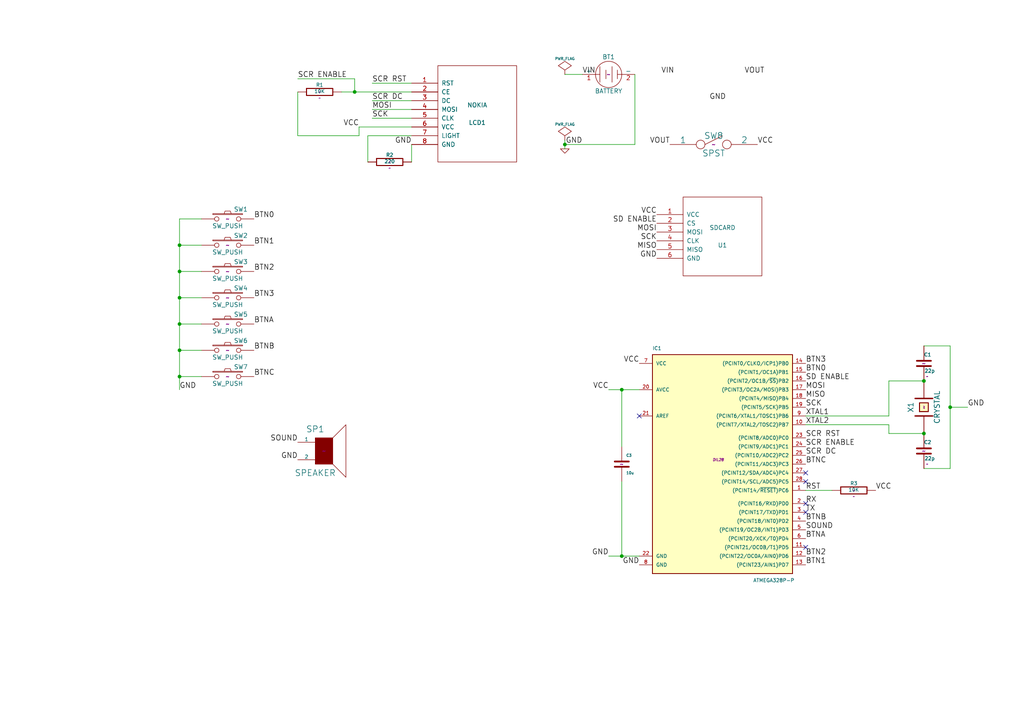
<source format=kicad_sch>
(kicad_sch (version 20211123) (generator eeschema)
  (paper "A4")
  (title_block (date "17 sep 2015"))
  (lib_symbols
    (symbol "SDCARD:SDCARD" (pin_names (offset 1.016))
      (property "Reference" "U" (at 0 -2.54 0))
      (property "Value" "SDCARD" (at 0 2.54 0))
      (symbol "SDCARD_1_0"
        (rectangle (start -11.43 -11.43) (end 11.43 11.43))
      )
      (symbol "SDCARD_1_1"
        (pin power_in line (at -19.05 6.35 0) (length 7.62) (name "VCC") (number "1"))
        (pin input line (at -19.05 3.81 0) (length 7.62) (name "CS") (number "2"))
        (pin input line (at -19.05 1.27 0) (length 7.62) (name "MOSI") (number "3"))
        (pin input line (at -19.05 -1.27 0) (length 7.62) (name "CLK") (number "4"))
        (pin input line (at -19.05 -3.81 0) (length 7.62) (name "MISO") (number "5"))
        (pin power_in line (at -19.05 -6.35 0) (length 7.62) (name "GND") (number "6"))
      )
    )
    (symbol "gamebuino-rescue:ATMEGA328P-P-RESCUE-gamebuino" (pin_names (offset 1.016))
      (property "Reference" "IC" (at -19.05 31.75 0))
      (property "Value" "ATMEGA328P-P-RESCUE-gamebuino" (at 10.16 -35.56 0))
      (property "Footprint" "DIL28" (at 0 0 0))
      (symbol "ATMEGA328P-P-RESCUE-gamebuino_0_1"
        (rectangle (start -19.05 30.48) (end 21.59 -33.02) (stroke (width 0.254)) (fill (type background)))
      )
      (symbol "ATMEGA328P-P-RESCUE-gamebuino_1_1"
        (pin bidirectional line (at 25.4 -8.89 180) (length 3.81) (name "(PCINT14/~{RESET})PC6") (number "1"))
        (pin bidirectional line (at 25.4 10.16 180) (length 3.81) (name "(PCINT7/XTAL2/TOSC2)PB7") (number "10"))
        (pin bidirectional line (at 25.4 -25.4 180) (length 3.81) (name "(PCINT21/OC0B/T1)PD5") (number "11"))
        (pin bidirectional line (at 25.4 -27.94 180) (length 3.81) (name "(PCINT22/OC0A/AIN0)PD6") (number "12"))
        (pin bidirectional line (at 25.4 -30.48 180) (length 3.81) (name "(PCINT23/AIN1)PD7") (number "13"))
        (pin bidirectional line (at 25.4 27.94 180) (length 3.81) (name "(PCINT0/CLKO/ICP1)PB0") (number "14"))
        (pin bidirectional line (at 25.4 25.4 180) (length 3.81) (name "(PCINT1/OC1A)PB1") (number "15"))
        (pin bidirectional line (at 25.4 22.86 180) (length 3.81) (name "(PCINT2/OC1B/~{SS})PB2") (number "16"))
        (pin bidirectional line (at 25.4 20.32 180) (length 3.81) (name "(PCINT3/OC2A/MOSI)PB3") (number "17"))
        (pin bidirectional line (at 25.4 17.78 180) (length 3.81) (name "(PCINT4/MISO)PB4") (number "18"))
        (pin bidirectional line (at 25.4 15.24 180) (length 3.81) (name "(PCINT5/SCK)PB5") (number "19"))
        (pin bidirectional line (at 25.4 -12.7 180) (length 3.81) (name "(PCINT16/RXD)PD0") (number "2"))
        (pin power_in line (at -22.86 20.32 0) (length 3.81) (name "AVCC") (number "20"))
        (pin bidirectional line (at -22.86 12.7 0) (length 3.81) (name "AREF") (number "21"))
        (pin power_in line (at -22.86 -27.94 0) (length 3.81) (name "GND") (number "22"))
        (pin bidirectional line (at 25.4 6.35 180) (length 3.81) (name "(PCINT8/ADC0)PC0") (number "23"))
        (pin bidirectional line (at 25.4 3.81 180) (length 3.81) (name "(PCINT9/ADC1)PC1") (number "24"))
        (pin bidirectional line (at 25.4 1.27 180) (length 3.81) (name "(PCINT10/ADC2)PC2") (number "25"))
        (pin bidirectional line (at 25.4 -1.27 180) (length 3.81) (name "(PCINT11/ADC3)PC3") (number "26"))
        (pin bidirectional line (at 25.4 -3.81 180) (length 3.81) (name "(PCINT12/SDA/ADC4)PC4") (number "27"))
        (pin bidirectional line (at 25.4 -6.35 180) (length 3.81) (name "(PCINT14/SCL/ADC5)PC5") (number "28"))
        (pin bidirectional line (at 25.4 -15.24 180) (length 3.81) (name "(PCINT17/TXD)PD1") (number "3"))
        (pin bidirectional line (at 25.4 -17.78 180) (length 3.81) (name "(PCINT18/INT0)PD2") (number "4"))
        (pin bidirectional line (at 25.4 -20.32 180) (length 3.81) (name "(PCINT19/OC2B/INT1)PD3") (number "5"))
        (pin bidirectional line (at 25.4 -22.86 180) (length 3.81) (name "(PCINT20/XCK/T0)PD4") (number "6"))
        (pin power_in line (at -22.86 27.94 0) (length 3.81) (name "VCC") (number "7"))
        (pin power_in line (at -22.86 -30.48 0) (length 3.81) (name "GND") (number "8"))
        (pin bidirectional line (at 25.4 12.7 180) (length 3.81) (name "(PCINT6/XTAL1/TOSC1)PB6") (number "9"))
      )
    )
    (symbol "gamebuino-rescue:BATTERY" (pin_names (offset 0))
      (property "Reference" "BT" (at 0 5.08 0))
      (property "Value" "BATTERY" (at 0 -4.826 0))
      (symbol "BATTERY_0_1"
        (polyline (pts (xy -2.54 0) (xy -3.81 0)))
        (polyline (pts (xy -2.54 2.286) (xy -2.54 -2.2606)) (stroke (width 0.1524)))
        (polyline (pts (xy -0.7874 1.27) (xy -0.7874 -1.27)) (stroke (width 0.1524)))
        (polyline (pts (xy 0.9906 2.286) (xy 0.9906 -2.2606)) (stroke (width 0.1524)))
        (polyline (pts (xy 2.54 0) (xy 3.81 0)))
        (polyline (pts (xy 2.54 1.27) (xy 2.54 -1.27)) (stroke (width 0.1524)))
        (circle (center 0 0) (radius 3.81) (stroke (width 0.1524)))
      )
      (symbol "BATTERY_1_1"
        (pin passive line (at -7.62 0 0) (length 3.81) (name "+") (number "1"))
        (pin passive line (at 7.62 0 180) (length 3.81) (name "-") (number "2"))
      )
    )
    (symbol "gamebuino-rescue:C-RESCUE-gamebuino" (pin_numbers hide) (pin_names (offset 0.254))
      (property "Reference" "C" (at 0 2.54 0))
      (property "Value" "C-RESCUE-gamebuino" (at 0.1524 -2.159 0))
      (symbol "C-RESCUE-gamebuino_0_1"
        (polyline (pts (xy -2.032 -0.762) (xy 2.032 -0.762)) (stroke (width 0.508)))
        (polyline (pts (xy -2.032 0.762) (xy 2.032 0.762)) (stroke (width 0.508)))
      )
      (symbol "C-RESCUE-gamebuino_1_1"
        (pin passive line (at 0 5.08 270) (length 4.318) (name "~") (number "1"))
        (pin passive line (at 0 -5.08 90) (length 4.318) (name "~") (number "2"))
      )
    )
    (symbol "gamebuino-rescue:CRYSTAL" (pin_numbers hide) (pin_names (offset 1.016) hide)
      (property "Reference" "X" (at 0 3.81 0))
      (property "Value" "CRYSTAL" (at 0 -3.81 0))
      (symbol "CRYSTAL_0_1"
        (polyline (pts (xy -2.54 2.54) (xy -2.54 -2.54)) (stroke (width 0.4064)))
        (polyline (pts (xy 2.54 2.54) (xy 2.54 -2.54)) (stroke (width 0.4064)))
        (polyline (pts (xy -1.27 1.27) (xy 1.27 1.27) (xy 1.27 -1.27) (xy -1.27 -1.27) (xy -1.27 1.27)) (stroke (width 0.3048)) (fill (type background)))
      )
      (symbol "CRYSTAL_1_1"
        (pin passive line (at -7.62 0 0) (length 5.08) (name "1") (number "1"))
        (pin passive line (at 7.62 0 180) (length 5.08) (name "2") (number "2"))
      )
    )
    (symbol "gamebuino-rescue:GND-RESCUE-gamebuino" (power) (pin_names (offset 0))
      (symbol "GND-RESCUE-gamebuino_0_1"
        (polyline (pts (xy -1.27 0) (xy 0 -1.27) (xy 1.27 0) (xy -1.27 0)))
      )
      (symbol "GND-RESCUE-gamebuino_1_1"
        (pin power_in line (at 0 0 90) (length 0) hide (name "GND") (number "1"))
      )
    )
    (symbol "gamebuino-rescue:PWR_FLAG" (power) (pin_numbers hide) (pin_names (offset 0) hide)
      (property "Value" "PWR_FLAG" (at 0 4.572 0))
      (symbol "PWR_FLAG_0_0"
        (pin power_out line (at 0 0 90) (length 0) (name "pwr") (number "1"))
      )
      (symbol "PWR_FLAG_0_1"
        (polyline (pts (xy 0 0) (xy 0 1.27) (xy -1.905 2.54) (xy 0 3.81) (xy 1.905 2.54) (xy 0 1.27)))
      )
    )
    (symbol "gamebuino-rescue:R-RESCUE-gamebuino" (pin_numbers hide) (pin_names (offset 0))
      (property "Reference" "R" (at 2.032 0 90))
      (property "Value" "R-RESCUE-gamebuino" (at 0.1778 0.0254 90))
      (symbol "R-RESCUE-gamebuino_0_1"
        (rectangle (start -1.016 3.81) (end 1.016 -3.81) (stroke (width 0.3048)))
      )
      (symbol "R-RESCUE-gamebuino_1_1"
        (pin passive line (at 0 6.35 270) (length 2.54) (name "~") (number "1"))
        (pin passive line (at 0 -6.35 90) (length 2.54) (name "~") (number "2"))
      )
    )
    (symbol "gamebuino-rescue:SPEAKER" (pin_numbers hide) (pin_names (offset 0))
      (property "Reference" "SP" (at -2.54 6.35 0))
      (property "Value" "SPEAKER" (at -2.54 -6.35 0))
      (symbol "SPEAKER_0_0"
        (polyline (pts (xy 2.54 3.81) (xy 6.35 7.62) (xy 6.35 -7.62) (xy 2.54 -3.81)))
        (polyline (pts (xy -2.54 3.81) (xy 2.54 3.81) (xy 2.54 -3.81) (xy -2.54 -3.81) (xy -2.54 3.81)) (fill (type outline)))
      )
      (symbol "SPEAKER_1_1"
        (pin input line (at -7.62 2.54 0) (length 5.08) (name "1") (number "1"))
        (pin input line (at -7.62 -2.54 0) (length 5.08) (name "2") (number "2"))
      )
    )
    (symbol "gamebuino-rescue:SPST" (pin_numbers hide) (pin_names (offset 0))
      (property "Reference" "SW" (at 0 2.54 0))
      (property "Value" "SPST" (at 0 -2.54 0))
      (symbol "SPST_0_0"
        (circle (center -3.81 0) (radius 1.27))
        (polyline (pts (xy -2.54 0) (xy 2.54 2.54)))
        (circle (center 3.81 0) (radius 1.27))
      )
      (symbol "SPST_1_1"
        (pin input line (at -12.7 0 0) (length 7.62) (name "1") (number "1"))
        (pin input line (at 12.7 0 180) (length 7.62) (name "2") (number "2"))
      )
    )
    (symbol "gamebuino-rescue:SW_PUSH" (pin_numbers hide) (pin_names (offset 1.016) hide)
      (property "Reference" "SW" (at 3.81 2.794 0))
      (property "Value" "SW_PUSH" (at 0 -2.032 0))
      (symbol "SW_PUSH_0_1"
        (rectangle (start -4.318 1.27) (end 4.318 1.524))
        (polyline (pts (xy -1.016 1.524) (xy -0.762 2.286) (xy 0.762 2.286) (xy 1.016 1.524)))
        (pin passive inverted (at -7.62 0 0) (length 5.08) (name "1") (number "1"))
        (pin passive inverted (at 7.62 0 180) (length 5.08) (name "2") (number "2"))
      )
    )
    (symbol "myParts:NOKIA" (pin_names (offset 1.016))
      (property "Reference" "LCD" (at 0 -2.54 0))
      (property "Value" "NOKIA" (at 0 2.54 0))
      (symbol "NOKIA_1_0"
        (rectangle (start -11.43 -13.97) (end 11.43 13.97))
      )
      (symbol "NOKIA_1_1"
        (pin bidirectional line (at -19.05 8.89 0) (length 7.62) (name "RST") (number "1"))
        (pin bidirectional line (at -19.05 6.35 0) (length 7.62) (name "CE") (number "2"))
        (pin bidirectional line (at -19.05 3.81 0) (length 7.62) (name "DC") (number "3"))
        (pin bidirectional line (at -19.05 1.27 0) (length 7.62) (name "MOSI") (number "4"))
        (pin bidirectional line (at -19.05 -1.27 0) (length 7.62) (name "CLK") (number "5"))
        (pin power_in line (at -19.05 -3.81 0) (length 7.62) (name "VCC") (number "6"))
        (pin bidirectional line (at -19.05 -6.35 0) (length 7.62) (name "LIGHT") (number "7"))
        (pin power_in line (at -19.05 -8.89 0) (length 7.62) (name "GND") (number "8"))
      )
    )
  )
  (junction (at 52.07 101.6))
  (junction (at 52.07 71.12))
  (junction (at 180.34 161.29))
  (junction (at 163.83 41.91))
  (junction (at 267.97 125.73))
  (junction (at 102.87 26.67))
  (junction (at 52.07 109.22))
  (junction (at 267.97 110.49))
  (junction (at 180.34 113.03))
  (junction (at 52.07 78.74))
  (junction (at 52.07 86.36))
  (junction (at 52.07 93.98))
  (junction (at 275.59 118.11))
  (no_connect (at 233.68 158.75))
  (no_connect (at 233.68 137.16))
  (no_connect (at 233.68 139.7))
  (no_connect (at 233.68 146.05))
  (no_connect (at 233.68 148.59))
  (no_connect (at 185.42 120.65))
  (wire (pts (xy 86.36 39.37) (xy 104.14 39.37)))
  (wire (pts (xy 58.42 78.74) (xy 52.07 78.74)))
  (wire (pts (xy 163.83 41.91) (xy 163.83 43.18)))
  (wire (pts (xy 58.42 101.6) (xy 52.07 101.6)))
  (wire (pts (xy 102.87 26.67) (xy 119.38 26.67)))
  (wire (pts (xy 119.38 29.21) (xy 107.95 29.21)))
  (wire (pts (xy 52.07 109.22) (xy 52.07 113.03)))
  (wire (pts (xy 257.81 110.49) (xy 257.81 120.65)))
  (wire (pts (xy 275.59 118.11) (xy 280.67 118.11)))
  (wire (pts (xy 176.53 161.29) (xy 180.34 161.29)))
  (wire (pts (xy 58.42 109.22) (xy 52.07 109.22)))
  (wire (pts (xy 119.38 39.37) (xy 106.68 39.37)))
  (wire (pts (xy 163.83 40.64) (xy 163.83 41.91)))
  (wire (pts (xy 180.34 139.7) (xy 180.34 161.29)))
  (wire (pts (xy 52.07 78.74) (xy 52.07 86.36)))
  (wire (pts (xy 275.59 118.11) (xy 275.59 135.89)))
  (wire (pts (xy 58.42 71.12) (xy 52.07 71.12)))
  (wire (pts (xy 184.15 41.91) (xy 184.15 21.59)))
  (wire (pts (xy 119.38 31.75) (xy 107.95 31.75)))
  (wire (pts (xy 257.81 123.19) (xy 257.81 125.73)))
  (wire (pts (xy 52.07 101.6) (xy 52.07 109.22)))
  (wire (pts (xy 58.42 93.98) (xy 52.07 93.98)))
  (wire (pts (xy 176.53 113.03) (xy 180.34 113.03)))
  (wire (pts (xy 180.34 113.03) (xy 185.42 113.03)))
  (wire (pts (xy 102.87 26.67) (xy 102.87 22.86)))
  (wire (pts (xy 275.59 135.89) (xy 267.97 135.89)))
  (wire (pts (xy 99.06 26.67) (xy 102.87 26.67)))
  (wire (pts (xy 52.07 63.5) (xy 58.42 63.5)))
  (wire (pts (xy 86.36 26.67) (xy 86.36 39.37)))
  (wire (pts (xy 52.07 86.36) (xy 52.07 93.98)))
  (wire (pts (xy 257.81 120.65) (xy 233.68 120.65)))
  (wire (pts (xy 267.97 100.33) (xy 275.59 100.33)))
  (wire (pts (xy 163.83 41.91) (xy 184.15 41.91)))
  (wire (pts (xy 102.87 22.86) (xy 86.36 22.86)))
  (wire (pts (xy 119.38 34.29) (xy 107.95 34.29)))
  (wire (pts (xy 180.34 161.29) (xy 185.42 161.29)))
  (wire (pts (xy 267.97 110.49) (xy 257.81 110.49)))
  (wire (pts (xy 180.34 129.54) (xy 180.34 113.03)))
  (wire (pts (xy 233.68 142.24) (xy 241.3 142.24)))
  (wire (pts (xy 104.14 39.37) (xy 104.14 36.83)))
  (wire (pts (xy 106.68 39.37) (xy 106.68 46.99)))
  (wire (pts (xy 52.07 93.98) (xy 52.07 101.6)))
  (wire (pts (xy 119.38 24.13) (xy 107.95 24.13)))
  (wire (pts (xy 58.42 86.36) (xy 52.07 86.36)))
  (wire (pts (xy 119.38 46.99) (xy 119.38 41.91)))
  (wire (pts (xy 104.14 36.83) (xy 119.38 36.83)))
  (wire (pts (xy 275.59 100.33) (xy 275.59 118.11)))
  (wire (pts (xy 257.81 125.73) (xy 267.97 125.73)))
  (wire (pts (xy 52.07 71.12) (xy 52.07 78.74)))
  (wire (pts (xy 233.68 123.19) (xy 257.81 123.19)))
  (wire (pts (xy 52.07 63.5) (xy 52.07 71.12)))
  (wire (pts (xy 163.83 21.59) (xy 168.91 21.59)))
  (label "GND" (at 119.38 41.91 180) (effects (font (size 1.524 1.524))))
  (label "XTAL2" (at 233.68 123.19 0) (effects (font (size 1.524 1.524))))
  (label "SCR RST" (at 233.68 127 0) (effects (font (size 1.524 1.524))))
  (label "BTN2" (at 73.66 78.74 0) (effects (font (size 1.524 1.524))))
  (label "SD ENABLE" (at 190.5 64.77 180) (effects (font (size 1.524 1.524))))
  (label "BTNA" (at 233.68 156.21 0) (effects (font (size 1.524 1.524))))
  (label "VIN" (at 195.58 21.59 180) (effects (font (size 1.524 1.524))))
  (label "MOSI" (at 190.5 67.31 180) (effects (font (size 1.524 1.524))))
  (label "BTNC" (at 73.66 109.22 0) (effects (font (size 1.524 1.524))))
  (label "SOUND" (at 233.68 153.67 0) (effects (font (size 1.524 1.524))))
  (label "BTN0" (at 233.68 107.95 0) (effects (font (size 1.524 1.524))))
  (label "MOSI" (at 233.68 113.03 0) (effects (font (size 1.524 1.524))))
  (label "BTN2" (at 233.68 161.29 0) (effects (font (size 1.524 1.524))))
  (label "SCR ENABLE" (at 86.36 22.86 0) (effects (font (size 1.524 1.524))))
  (label "GND" (at 86.36 133.35 180) (effects (font (size 1.524 1.524))))
  (label "XTAL1" (at 233.68 120.65 0) (effects (font (size 1.524 1.524))))
  (label "BTNA" (at 73.66 93.98 0) (effects (font (size 1.524 1.524))))
  (label "SCK" (at 190.5 69.85 180) (effects (font (size 1.524 1.524))))
  (label "GND" (at 168.91 41.91 180) (effects (font (size 1.524 1.524))))
  (label "BTNB" (at 233.68 151.13 0) (effects (font (size 1.524 1.524))))
  (label "VOUT" (at 215.9 21.59 0) (effects (font (size 1.524 1.524))))
  (label "MOSI" (at 107.95 31.75 0) (effects (font (size 1.524 1.524))))
  (label "BTN3" (at 73.66 86.36 0) (effects (font (size 1.524 1.524))))
  (label "SCR ENABLE" (at 233.68 129.54 0) (effects (font (size 1.524 1.524))))
  (label "GND" (at 280.67 118.11 0) (effects (font (size 1.524 1.524))))
  (label "SCK" (at 107.95 34.29 0) (effects (font (size 1.524 1.524))))
  (label "MISO" (at 233.68 115.57 0) (effects (font (size 1.524 1.524))))
  (label "GND" (at 176.53 161.29 180) (effects (font (size 1.524 1.524))))
  (label "VCC" (at 185.42 105.41 180) (effects (font (size 1.524 1.524))))
  (label "TX" (at 233.68 148.59 0) (effects (font (size 1.524 1.524))))
  (label "VIN" (at 168.91 21.59 0) (effects (font (size 1.524 1.524))))
  (label "RX" (at 233.68 146.05 0) (effects (font (size 1.524 1.524))))
  (label "VCC" (at 176.53 113.03 180) (effects (font (size 1.524 1.524))))
  (label "SCR DC" (at 233.68 132.08 0) (effects (font (size 1.524 1.524))))
  (label "GND" (at 185.42 163.83 180) (effects (font (size 1.524 1.524))))
  (label "MISO" (at 190.5 72.39 180) (effects (font (size 1.524 1.524))))
  (label "VCC" (at 219.71 41.91 0) (effects (font (size 1.524 1.524))))
  (label "SOUND" (at 86.36 128.27 180) (effects (font (size 1.524 1.524))))
  (label "GND" (at 52.07 113.03 0) (effects (font (size 1.524 1.524))))
  (label "SD ENABLE" (at 233.68 110.49 0) (effects (font (size 1.524 1.524))))
  (label "VCC" (at 104.14 36.83 180) (effects (font (size 1.524 1.524))))
  (label "SCR RST" (at 107.95 24.13 0) (effects (font (size 1.524 1.524))))
  (label "VCC" (at 254 142.24 0) (effects (font (size 1.524 1.524))))
  (label "GND" (at 190.5 74.93 180) (effects (font (size 1.524 1.524))))
  (label "VCC" (at 190.5 62.23 180) (effects (font (size 1.524 1.524))))
  (label "RST" (at 233.68 142.24 0) (effects (font (size 1.524 1.524))))
  (label "SCK" (at 233.68 118.11 0) (effects (font (size 1.524 1.524))))
  (label "BTNB" (at 73.66 101.6 0) (effects (font (size 1.524 1.524))))
  (label "BTNC" (at 233.68 134.62 0) (effects (font (size 1.524 1.524))))
  (label "SCR DC" (at 107.95 29.21 0) (effects (font (size 1.524 1.524))))
  (label "BTN0" (at 73.66 63.5 0) (effects (font (size 1.524 1.524))))
  (label "BTN1" (at 73.66 71.12 0) (effects (font (size 1.524 1.524))))
  (label "GND" (at 205.74 29.21 0) (effects (font (size 1.524 1.524))))
  (label "BTN3" (at 233.68 105.41 0) (effects (font (size 1.524 1.524))))
  (label "VOUT" (at 194.31 41.91 180) (effects (font (size 1.524 1.524))))
  (label "BTN1" (at 233.68 163.83 0) (effects (font (size 1.524 1.524))))
  (symbol (lib_id "myParts:NOKIA") (at 138.43 33.02 0) (unit 1)
    (property "Reference" "LCD1" (at 138.43 35.56 0))
    (property "Value" "NOKIA" (at 138.43 30.48 0))
    (property "Footprint" "MODULE" (effects hide))
    (property "Datasheet" "DOCUMENTATION" (effects hide))
  )
  (symbol (lib_id "gamebuino-rescue:R-RESCUE-gamebuino") (at 92.71 26.67 90) (unit 1)
    (property "Reference" "R1" (at 92.71 24.638 90) (effects (font (size 1.016 1.016))))
    (property "Value" "10K" (at 92.6846 26.4922 90) (effects (font (size 1.016 1.016))))
    (property "Footprint" "~" (at 92.71 28.448 90) (effects (font (size 0.762 0.762))))
    (property "Datasheet" "~" (at 92.71 26.67 0) (effects (font (size 0.762 0.762))))
  )
  (symbol (lib_id "gamebuino-rescue:SW_PUSH") (at 66.04 71.12 0) (unit 1)
    (property "Reference" "SW2" (at 69.85 68.326 0))
    (property "Value" "SW_PUSH" (at 66.04 73.152 0))
    (property "Footprint" "~" (at 66.04 71.12 0) (effects (font (size 1.524 1.524))))
    (property "Datasheet" "~" (at 66.04 71.12 0) (effects (font (size 1.524 1.524))))
  )
  (symbol (lib_id "gamebuino-rescue:SW_PUSH") (at 66.04 78.74 0) (unit 1)
    (property "Reference" "SW3" (at 69.85 75.946 0))
    (property "Value" "SW_PUSH" (at 66.04 80.772 0))
    (property "Footprint" "~" (at 66.04 78.74 0) (effects (font (size 1.524 1.524))))
    (property "Datasheet" "~" (at 66.04 78.74 0) (effects (font (size 1.524 1.524))))
  )
  (symbol (lib_id "gamebuino-rescue:SW_PUSH") (at 66.04 86.36 0) (unit 1)
    (property "Reference" "SW4" (at 69.85 83.566 0))
    (property "Value" "SW_PUSH" (at 66.04 88.392 0))
    (property "Footprint" "~" (at 66.04 86.36 0) (effects (font (size 1.524 1.524))))
    (property "Datasheet" "~" (at 66.04 86.36 0) (effects (font (size 1.524 1.524))))
  )
  (symbol (lib_id "gamebuino-rescue:SW_PUSH") (at 66.04 93.98 0) (unit 1)
    (property "Reference" "SW5" (at 69.85 91.186 0))
    (property "Value" "SW_PUSH" (at 66.04 96.012 0))
    (property "Footprint" "~" (at 66.04 93.98 0) (effects (font (size 1.524 1.524))))
    (property "Datasheet" "~" (at 66.04 93.98 0) (effects (font (size 1.524 1.524))))
  )
  (symbol (lib_id "gamebuino-rescue:SW_PUSH") (at 66.04 63.5 0) (unit 1)
    (property "Reference" "SW1" (at 69.85 60.706 0))
    (property "Value" "SW_PUSH" (at 66.04 65.532 0))
    (property "Footprint" "~" (at 66.04 63.5 0) (effects (font (size 1.524 1.524))))
    (property "Datasheet" "~" (at 66.04 63.5 0) (effects (font (size 1.524 1.524))))
  )
  (symbol (lib_id "gamebuino-rescue:SW_PUSH") (at 66.04 101.6 0) (unit 1)
    (property "Reference" "SW6" (at 69.85 98.806 0))
    (property "Value" "SW_PUSH" (at 66.04 103.632 0))
    (property "Footprint" "~" (at 66.04 101.6 0) (effects (font (size 1.524 1.524))))
    (property "Datasheet" "~" (at 66.04 101.6 0) (effects (font (size 1.524 1.524))))
  )
  (symbol (lib_id "gamebuino-rescue:SW_PUSH") (at 66.04 109.22 0) (unit 1)
    (property "Reference" "SW7" (at 69.85 106.426 0))
    (property "Value" "SW_PUSH" (at 66.04 111.252 0))
    (property "Footprint" "~" (at 66.04 109.22 0) (effects (font (size 1.524 1.524))))
    (property "Datasheet" "~" (at 66.04 109.22 0) (effects (font (size 1.524 1.524))))
  )
  (symbol (lib_id "gamebuino-rescue:SPEAKER") (at 93.98 130.81 0) (unit 1)
    (property "Reference" "SP1" (at 91.44 124.46 0) (effects (font (size 1.778 1.778))))
    (property "Value" "SPEAKER" (at 91.44 137.16 0) (effects (font (size 1.778 1.778))))
    (property "Footprint" "~" (at 93.98 130.81 0) (effects (font (size 1.524 1.524))))
    (property "Datasheet" "~" (at 93.98 130.81 0) (effects (font (size 1.524 1.524))))
  )
  (symbol (lib_id "gamebuino-rescue:GND-RESCUE-gamebuino") (at 163.83 43.18 0) (unit 1)
    (property "Reference" "#PWR03" (effects hide))
    (property "Value" "GND" (effects hide))
  )
  (symbol (lib_id "gamebuino-rescue:PWR_FLAG") (at 163.83 40.64 0) (unit 1)
    (property "Reference" "#FLG02" (effects hide))
    (property "Value" "PWR_FLAG" (at 163.83 36.068 0) (effects (font (size 0.762 0.762))))
  )
  (symbol (lib_id "gamebuino-rescue:PWR_FLAG") (at 163.83 21.59 0) (unit 1)
    (property "Reference" "#FLG01" (effects hide))
    (property "Value" "PWR_FLAG" (at 163.83 17.018 0) (effects (font (size 0.762 0.762))))
  )
  (symbol (lib_id "SDCARD:SDCARD") (at 209.55 68.58 0) (unit 1)
    (property "Reference" "U1" (at 209.55 71.12 0))
    (property "Value" "SDCARD" (at 209.55 66.04 0))
    (property "Footprint" "MODULE" (effects hide))
    (property "Datasheet" "DOCUMENTATION" (effects hide))
  )
  (symbol (lib_id "gamebuino-rescue:ATMEGA328P-P-RESCUE-gamebuino") (at 208.28 133.35 0) (unit 1)
    (property "Reference" "IC1" (at 189.23 101.6 0) (effects (font (size 1.016 1.016)) (justify left bottom)))
    (property "Value" "ATMEGA328P-P" (at 218.44 168.91 0) (effects (font (size 1.016 1.016)) (justify left bottom)))
    (property "Footprint" "DIL28" (at 208.28 133.35 0) (effects (font (size 0.762 0.762) italic)))
  )
  (symbol (lib_id "gamebuino-rescue:CRYSTAL") (at 267.97 118.11 90) (unit 1)
    (property "Reference" "X1" (at 264.16 118.11 0) (effects (font (size 1.524 1.524))))
    (property "Value" "CRYSTAL" (at 271.78 118.11 0) (effects (font (size 1.524 1.524))))
    (property "Footprint" "~" (at 267.97 118.11 0) (effects (font (size 1.524 1.524))))
    (property "Datasheet" "~" (at 267.97 118.11 0) (effects (font (size 1.524 1.524))))
  )
  (symbol (lib_id "gamebuino-rescue:SPST") (at 207.01 41.91 0) (unit 1)
    (property "Reference" "SW8" (at 207.01 39.37 0) (effects (font (size 1.778 1.778))))
    (property "Value" "SPST" (at 207.01 44.45 0) (effects (font (size 1.778 1.778))))
    (property "Footprint" "~" (at 207.01 41.91 0) (effects (font (size 1.524 1.524))))
    (property "Datasheet" "~" (at 207.01 41.91 0) (effects (font (size 1.524 1.524))))
  )
  (symbol (lib_id "gamebuino-rescue:C-RESCUE-gamebuino") (at 267.97 130.81 0) (unit 1)
    (property "Reference" "C2" (at 267.97 128.27 0) (effects (font (size 1.016 1.016)) (justify left)))
    (property "Value" "22p" (at 268.1224 132.969 0) (effects (font (size 1.016 1.016)) (justify left)))
    (property "Footprint" "~" (at 268.9352 134.62 0) (effects (font (size 0.762 0.762))))
    (property "Datasheet" "~" (at 267.97 130.81 0) (effects (font (size 1.524 1.524))))
  )
  (symbol (lib_id "gamebuino-rescue:C-RESCUE-gamebuino") (at 267.97 105.41 0) (unit 1)
    (property "Reference" "C1" (at 267.97 102.87 0) (effects (font (size 1.016 1.016)) (justify left)))
    (property "Value" "22p" (at 268.1224 107.569 0) (effects (font (size 1.016 1.016)) (justify left)))
    (property "Footprint" "~" (at 268.9352 109.22 0) (effects (font (size 0.762 0.762))))
    (property "Datasheet" "~" (at 267.97 105.41 0) (effects (font (size 1.524 1.524))))
  )
  (symbol (lib_id "gamebuino-rescue:BATTERY") (at 176.53 21.59 0) (unit 1)
    (property "Reference" "BT1" (at 176.53 16.51 0))
    (property "Value" "BATTERY" (at 176.53 26.416 0))
    (property "Footprint" "~" (at 176.53 21.59 0) (effects (font (size 1.524 1.524))))
    (property "Datasheet" "~" (at 176.53 21.59 0) (effects (font (size 1.524 1.524))))
  )
  (symbol (lib_id "gamebuino-rescue:R-RESCUE-gamebuino") (at 247.65 142.24 90) (unit 1)
    (property "Reference" "R3" (at 247.65 140.208 90) (effects (font (size 1.016 1.016))))
    (property "Value" "10K" (at 247.6246 142.0622 90) (effects (font (size 1.016 1.016))))
    (property "Footprint" "~" (at 247.65 144.018 90) (effects (font (size 0.762 0.762))))
    (property "Datasheet" "~" (at 247.65 142.24 0) (effects (font (size 0.762 0.762))))
  )
  (symbol (lib_id "gamebuino-rescue:R-RESCUE-gamebuino") (at 113.03 46.99 90) (unit 1)
    (property "Reference" "R2" (at 113.03 44.958 90) (effects (font (size 1.016 1.016))))
    (property "Value" "220" (at 113.0046 46.8122 90) (effects (font (size 1.016 1.016))))
    (property "Footprint" "~" (at 113.03 48.768 90) (effects (font (size 0.762 0.762))))
    (property "Datasheet" "~" (at 113.03 46.99 0) (effects (font (size 0.762 0.762))))
  )
  (symbol (lib_id "LM1084IT-3.3/NOPB") (at 205.74 22.86 0) (unit 1)
    (property "Reference" "U2" (at 210.82 27.94 0) (effects (font (size 1.016 1.016))))
    (property "Value" "LM1084IT-3.3/NOPB" (at 198.12 17.78 0) (effects (font (size 1.016 1.016)) (justify left)))
    (property "Footprint" "TO-220" (at 205.74 20.32 0) (effects (font (size 0.762 0.762) italic)))
  )
  (symbol (lib_id "gamebuino-rescue:C-RESCUE-gamebuino") (at 180.34 134.62 0) (unit 1)
    (property "Reference" "C3" (at 181.61 132.08 0) (effects (font (size 0.762 0.762)) (justify left)))
    (property "Value" "10u" (at 181.61 137.16 0) (effects (font (size 0.762 0.762)) (justify left)))
    (property "Footprint" "~" (at 180.34 134.62 0) (effects (font (size 1.524 1.524))))
    (property "Datasheet" "~" (at 180.34 134.62 0) (effects (font (size 1.524 1.524))))
  )
)
</source>
